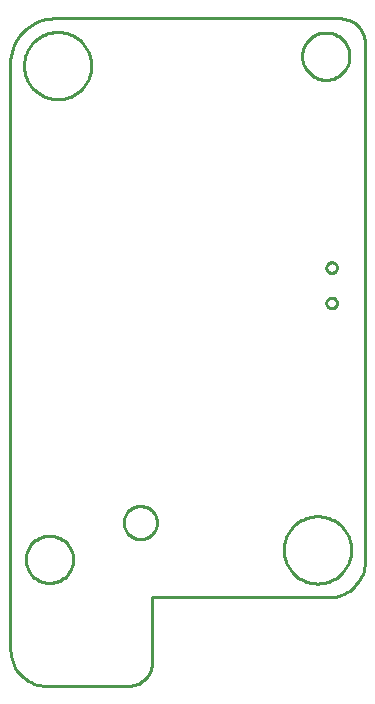
<source format=gbr>
G04 EAGLE Gerber RS-274X export*
G75*
%MOMM*%
%FSLAX34Y34*%
%LPD*%
%IN*%
%IPPOS*%
%AMOC8*
5,1,8,0,0,1.08239X$1,22.5*%
G01*
%ADD10C,0.254000*%


D10*
X165000Y380000D02*
X165114Y377385D01*
X165456Y374791D01*
X166022Y372235D01*
X166809Y369739D01*
X167811Y367321D01*
X169019Y365000D01*
X170425Y362793D01*
X172019Y360716D01*
X173787Y358787D01*
X175716Y357019D01*
X177793Y355425D01*
X180000Y354019D01*
X182321Y352811D01*
X184739Y351809D01*
X187235Y351022D01*
X189791Y350456D01*
X192385Y350114D01*
X195000Y350000D01*
X265000Y350000D01*
X266743Y350076D01*
X268473Y350304D01*
X270176Y350681D01*
X271840Y351206D01*
X273452Y351874D01*
X275000Y352680D01*
X276472Y353617D01*
X277856Y354679D01*
X279142Y355858D01*
X280321Y357144D01*
X281383Y358528D01*
X282321Y360000D01*
X283126Y361548D01*
X283794Y363160D01*
X284319Y364824D01*
X284696Y366527D01*
X284924Y368257D01*
X285000Y370000D01*
X285000Y425000D01*
X435000Y425000D01*
X437615Y425114D01*
X440209Y425456D01*
X442765Y426022D01*
X445261Y426809D01*
X447679Y427811D01*
X450000Y429019D01*
X452207Y430425D01*
X454284Y432019D01*
X456213Y433787D01*
X457981Y435716D01*
X459575Y437793D01*
X460981Y440000D01*
X462189Y442321D01*
X463191Y444739D01*
X463978Y447235D01*
X464544Y449791D01*
X464886Y452385D01*
X465000Y455000D01*
X465000Y895000D01*
X464833Y896826D01*
X464507Y898631D01*
X464026Y900401D01*
X463392Y902122D01*
X462610Y903781D01*
X461687Y905366D01*
X460629Y906864D01*
X459444Y908265D01*
X458142Y909556D01*
X456733Y910730D01*
X455226Y911776D01*
X453634Y912687D01*
X451969Y913455D01*
X450243Y914076D01*
X448469Y914543D01*
X446662Y914855D01*
X444834Y915007D01*
X443000Y915000D01*
X205000Y915000D01*
X201722Y915075D01*
X198450Y914864D01*
X195209Y914369D01*
X192023Y913594D01*
X188918Y912543D01*
X185915Y911226D01*
X183039Y909652D01*
X180311Y907834D01*
X177751Y905784D01*
X175380Y903520D01*
X173216Y901057D01*
X171274Y898415D01*
X169570Y895614D01*
X168117Y892675D01*
X166925Y889621D01*
X166004Y886474D01*
X165361Y883259D01*
X165000Y880000D01*
X165000Y380000D01*
X233500Y874254D02*
X233422Y872763D01*
X233266Y871279D01*
X233032Y869805D01*
X232722Y868345D01*
X232336Y866903D01*
X231875Y865483D01*
X231340Y864090D01*
X230733Y862726D01*
X230055Y861396D01*
X229309Y860104D01*
X228496Y858852D01*
X227618Y857644D01*
X226679Y856484D01*
X225680Y855375D01*
X224625Y854320D01*
X223516Y853321D01*
X222356Y852382D01*
X221148Y851504D01*
X219896Y850691D01*
X218604Y849945D01*
X217274Y849268D01*
X215910Y848660D01*
X214517Y848126D01*
X213097Y847664D01*
X211655Y847278D01*
X210196Y846968D01*
X208721Y846734D01*
X207237Y846578D01*
X205746Y846500D01*
X204254Y846500D01*
X202763Y846578D01*
X201279Y846734D01*
X199805Y846968D01*
X198345Y847278D01*
X196903Y847664D01*
X195483Y848126D01*
X194090Y848660D01*
X192726Y849268D01*
X191396Y849945D01*
X190104Y850691D01*
X188852Y851504D01*
X187644Y852382D01*
X186484Y853321D01*
X185375Y854320D01*
X184320Y855375D01*
X183321Y856484D01*
X182382Y857644D01*
X181504Y858852D01*
X180691Y860104D01*
X179945Y861396D01*
X179268Y862726D01*
X178660Y864090D01*
X178126Y865483D01*
X177664Y866903D01*
X177278Y868345D01*
X176968Y869805D01*
X176734Y871279D01*
X176578Y872763D01*
X176500Y874254D01*
X176500Y875746D01*
X176578Y877237D01*
X176734Y878721D01*
X176968Y880196D01*
X177278Y881655D01*
X177664Y883097D01*
X178126Y884517D01*
X178660Y885910D01*
X179268Y887274D01*
X179945Y888604D01*
X180691Y889896D01*
X181504Y891148D01*
X182382Y892356D01*
X183321Y893516D01*
X184320Y894625D01*
X185375Y895680D01*
X186484Y896679D01*
X187644Y897618D01*
X188852Y898496D01*
X190104Y899309D01*
X191396Y900055D01*
X192726Y900733D01*
X194090Y901340D01*
X195483Y901875D01*
X196903Y902336D01*
X198345Y902722D01*
X199805Y903032D01*
X201279Y903266D01*
X202763Y903422D01*
X204254Y903500D01*
X205746Y903500D01*
X207237Y903422D01*
X208721Y903266D01*
X210196Y903032D01*
X211655Y902722D01*
X213097Y902336D01*
X214517Y901875D01*
X215910Y901340D01*
X217274Y900733D01*
X218604Y900055D01*
X219896Y899309D01*
X221148Y898496D01*
X222356Y897618D01*
X223516Y896679D01*
X224625Y895680D01*
X225680Y894625D01*
X226679Y893516D01*
X227618Y892356D01*
X228496Y891148D01*
X229309Y889896D01*
X230055Y888604D01*
X230733Y887274D01*
X231340Y885910D01*
X231875Y884517D01*
X232336Y883097D01*
X232722Y881655D01*
X233032Y880196D01*
X233266Y878721D01*
X233422Y877237D01*
X233500Y875746D01*
X233500Y874254D01*
X453500Y464254D02*
X453422Y462763D01*
X453266Y461279D01*
X453032Y459805D01*
X452722Y458345D01*
X452336Y456903D01*
X451875Y455483D01*
X451340Y454090D01*
X450733Y452726D01*
X450055Y451396D01*
X449309Y450104D01*
X448496Y448852D01*
X447618Y447644D01*
X446679Y446484D01*
X445680Y445375D01*
X444625Y444320D01*
X443516Y443321D01*
X442356Y442382D01*
X441148Y441504D01*
X439896Y440691D01*
X438604Y439945D01*
X437274Y439268D01*
X435910Y438660D01*
X434517Y438126D01*
X433097Y437664D01*
X431655Y437278D01*
X430196Y436968D01*
X428721Y436734D01*
X427237Y436578D01*
X425746Y436500D01*
X424254Y436500D01*
X422763Y436578D01*
X421279Y436734D01*
X419805Y436968D01*
X418345Y437278D01*
X416903Y437664D01*
X415483Y438126D01*
X414090Y438660D01*
X412726Y439268D01*
X411396Y439945D01*
X410104Y440691D01*
X408852Y441504D01*
X407644Y442382D01*
X406484Y443321D01*
X405375Y444320D01*
X404320Y445375D01*
X403321Y446484D01*
X402382Y447644D01*
X401504Y448852D01*
X400691Y450104D01*
X399945Y451396D01*
X399268Y452726D01*
X398660Y454090D01*
X398126Y455483D01*
X397664Y456903D01*
X397278Y458345D01*
X396968Y459805D01*
X396734Y461279D01*
X396578Y462763D01*
X396500Y464254D01*
X396500Y465746D01*
X396578Y467237D01*
X396734Y468721D01*
X396968Y470196D01*
X397278Y471655D01*
X397664Y473097D01*
X398126Y474517D01*
X398660Y475910D01*
X399268Y477274D01*
X399945Y478604D01*
X400691Y479896D01*
X401504Y481148D01*
X402382Y482356D01*
X403321Y483516D01*
X404320Y484625D01*
X405375Y485680D01*
X406484Y486679D01*
X407644Y487618D01*
X408852Y488496D01*
X410104Y489309D01*
X411396Y490055D01*
X412726Y490733D01*
X414090Y491340D01*
X415483Y491875D01*
X416903Y492336D01*
X418345Y492722D01*
X419805Y493032D01*
X421279Y493266D01*
X422763Y493422D01*
X424254Y493500D01*
X425746Y493500D01*
X427237Y493422D01*
X428721Y493266D01*
X430196Y493032D01*
X431655Y492722D01*
X433097Y492336D01*
X434517Y491875D01*
X435910Y491340D01*
X437274Y490733D01*
X438604Y490055D01*
X439896Y489309D01*
X441148Y488496D01*
X442356Y487618D01*
X443516Y486679D01*
X444625Y485680D01*
X445680Y484625D01*
X446679Y483516D01*
X447618Y482356D01*
X448496Y481148D01*
X449309Y479896D01*
X450055Y478604D01*
X450733Y477274D01*
X451340Y475910D01*
X451875Y474517D01*
X452336Y473097D01*
X452722Y471655D01*
X453032Y470196D01*
X453266Y468721D01*
X453422Y467237D01*
X453500Y465746D01*
X453500Y464254D01*
X218000Y456396D02*
X217927Y455189D01*
X217781Y453989D01*
X217563Y452800D01*
X217274Y451627D01*
X216915Y450473D01*
X216486Y449343D01*
X215990Y448241D01*
X215428Y447170D01*
X214803Y446136D01*
X214116Y445141D01*
X213371Y444190D01*
X212569Y443285D01*
X211715Y442431D01*
X210810Y441629D01*
X209859Y440884D01*
X208864Y440197D01*
X207830Y439572D01*
X206759Y439010D01*
X205657Y438514D01*
X204527Y438085D01*
X203373Y437726D01*
X202200Y437437D01*
X201011Y437219D01*
X199811Y437073D01*
X198604Y437000D01*
X197396Y437000D01*
X196189Y437073D01*
X194989Y437219D01*
X193800Y437437D01*
X192627Y437726D01*
X191473Y438085D01*
X190343Y438514D01*
X189241Y439010D01*
X188170Y439572D01*
X187136Y440197D01*
X186141Y440884D01*
X185190Y441629D01*
X184285Y442431D01*
X183431Y443285D01*
X182629Y444190D01*
X181884Y445141D01*
X181197Y446136D01*
X180572Y447170D01*
X180010Y448241D01*
X179514Y449343D01*
X179085Y450473D01*
X178726Y451627D01*
X178437Y452800D01*
X178219Y453989D01*
X178073Y455189D01*
X178000Y456396D01*
X178000Y457604D01*
X178073Y458811D01*
X178219Y460011D01*
X178437Y461200D01*
X178726Y462373D01*
X179085Y463527D01*
X179514Y464657D01*
X180010Y465759D01*
X180572Y466830D01*
X181197Y467864D01*
X181884Y468859D01*
X182629Y469810D01*
X183431Y470715D01*
X184285Y471569D01*
X185190Y472371D01*
X186141Y473116D01*
X187136Y473803D01*
X188170Y474428D01*
X189241Y474990D01*
X190343Y475486D01*
X191473Y475915D01*
X192627Y476274D01*
X193800Y476563D01*
X194989Y476781D01*
X196189Y476927D01*
X197396Y477000D01*
X198604Y477000D01*
X199811Y476927D01*
X201011Y476781D01*
X202200Y476563D01*
X203373Y476274D01*
X204527Y475915D01*
X205657Y475486D01*
X206759Y474990D01*
X207830Y474428D01*
X208864Y473803D01*
X209859Y473116D01*
X210810Y472371D01*
X211715Y471569D01*
X212569Y470715D01*
X213371Y469810D01*
X214116Y468859D01*
X214803Y467864D01*
X215428Y466830D01*
X215990Y465759D01*
X216486Y464657D01*
X216915Y463527D01*
X217274Y462373D01*
X217563Y461200D01*
X217781Y460011D01*
X217927Y458811D01*
X218000Y457604D01*
X218000Y456396D01*
X452000Y882396D02*
X451927Y881189D01*
X451781Y879989D01*
X451563Y878800D01*
X451274Y877627D01*
X450915Y876473D01*
X450486Y875343D01*
X449990Y874241D01*
X449428Y873170D01*
X448803Y872136D01*
X448116Y871141D01*
X447371Y870190D01*
X446569Y869285D01*
X445715Y868431D01*
X444810Y867629D01*
X443859Y866884D01*
X442864Y866197D01*
X441830Y865572D01*
X440759Y865010D01*
X439657Y864514D01*
X438527Y864085D01*
X437373Y863726D01*
X436200Y863437D01*
X435011Y863219D01*
X433811Y863073D01*
X432604Y863000D01*
X431396Y863000D01*
X430189Y863073D01*
X428989Y863219D01*
X427800Y863437D01*
X426627Y863726D01*
X425473Y864085D01*
X424343Y864514D01*
X423241Y865010D01*
X422170Y865572D01*
X421136Y866197D01*
X420141Y866884D01*
X419190Y867629D01*
X418285Y868431D01*
X417431Y869285D01*
X416629Y870190D01*
X415884Y871141D01*
X415197Y872136D01*
X414572Y873170D01*
X414010Y874241D01*
X413514Y875343D01*
X413085Y876473D01*
X412726Y877627D01*
X412437Y878800D01*
X412219Y879989D01*
X412073Y881189D01*
X412000Y882396D01*
X412000Y883604D01*
X412073Y884811D01*
X412219Y886011D01*
X412437Y887200D01*
X412726Y888373D01*
X413085Y889527D01*
X413514Y890657D01*
X414010Y891759D01*
X414572Y892830D01*
X415197Y893864D01*
X415884Y894859D01*
X416629Y895810D01*
X417431Y896715D01*
X418285Y897569D01*
X419190Y898371D01*
X420141Y899116D01*
X421136Y899803D01*
X422170Y900428D01*
X423241Y900990D01*
X424343Y901486D01*
X425473Y901915D01*
X426627Y902274D01*
X427800Y902563D01*
X428989Y902781D01*
X430189Y902927D01*
X431396Y903000D01*
X432604Y903000D01*
X433811Y902927D01*
X435011Y902781D01*
X436200Y902563D01*
X437373Y902274D01*
X438527Y901915D01*
X439657Y901486D01*
X440759Y900990D01*
X441830Y900428D01*
X442864Y899803D01*
X443859Y899116D01*
X444810Y898371D01*
X445715Y897569D01*
X446569Y896715D01*
X447371Y895810D01*
X448116Y894859D01*
X448803Y893864D01*
X449428Y892830D01*
X449990Y891759D01*
X450486Y890657D01*
X450915Y889527D01*
X451274Y888373D01*
X451563Y887200D01*
X451781Y886011D01*
X451927Y884811D01*
X452000Y883604D01*
X452000Y882396D01*
X437295Y699500D02*
X437880Y699577D01*
X438450Y699730D01*
X438995Y699955D01*
X439505Y700250D01*
X439973Y700609D01*
X440391Y701027D01*
X440750Y701495D01*
X441045Y702005D01*
X441270Y702550D01*
X441423Y703120D01*
X441500Y703705D01*
X441500Y704295D01*
X441423Y704880D01*
X441270Y705450D01*
X441045Y705995D01*
X440750Y706505D01*
X440391Y706973D01*
X439973Y707391D01*
X439505Y707750D01*
X438995Y708045D01*
X438450Y708270D01*
X437880Y708423D01*
X437295Y708500D01*
X436705Y708500D01*
X436120Y708423D01*
X435550Y708270D01*
X435005Y708045D01*
X434495Y707750D01*
X434027Y707391D01*
X433609Y706973D01*
X433250Y706505D01*
X432955Y705995D01*
X432730Y705450D01*
X432577Y704880D01*
X432500Y704295D01*
X432500Y703705D01*
X432577Y703120D01*
X432730Y702550D01*
X432955Y702005D01*
X433250Y701495D01*
X433609Y701027D01*
X434027Y700609D01*
X434495Y700250D01*
X435005Y699955D01*
X435550Y699730D01*
X436120Y699577D01*
X436705Y699500D01*
X437295Y699500D01*
X437295Y669500D02*
X437880Y669577D01*
X438450Y669730D01*
X438995Y669955D01*
X439505Y670250D01*
X439973Y670609D01*
X440391Y671027D01*
X440750Y671495D01*
X441045Y672005D01*
X441270Y672550D01*
X441423Y673120D01*
X441500Y673705D01*
X441500Y674295D01*
X441423Y674880D01*
X441270Y675450D01*
X441045Y675995D01*
X440750Y676505D01*
X440391Y676973D01*
X439973Y677391D01*
X439505Y677750D01*
X438995Y678045D01*
X438450Y678270D01*
X437880Y678423D01*
X437295Y678500D01*
X436705Y678500D01*
X436120Y678423D01*
X435550Y678270D01*
X435005Y678045D01*
X434495Y677750D01*
X434027Y677391D01*
X433609Y676973D01*
X433250Y676505D01*
X432955Y675995D01*
X432730Y675450D01*
X432577Y674880D01*
X432500Y674295D01*
X432500Y673705D01*
X432577Y673120D01*
X432730Y672550D01*
X432955Y672005D01*
X433250Y671495D01*
X433609Y671027D01*
X434027Y670609D01*
X434495Y670250D01*
X435005Y669955D01*
X435550Y669730D01*
X436120Y669577D01*
X436705Y669500D01*
X437295Y669500D01*
X274475Y474137D02*
X273478Y474208D01*
X272488Y474350D01*
X271511Y474563D01*
X270551Y474845D01*
X269614Y475194D01*
X268704Y475610D01*
X267827Y476089D01*
X266985Y476630D01*
X266185Y477229D01*
X265429Y477884D01*
X264722Y478591D01*
X264067Y479347D01*
X263468Y480147D01*
X262927Y480988D01*
X262448Y481866D01*
X262032Y482776D01*
X261683Y483713D01*
X261401Y484672D01*
X261189Y485649D01*
X261046Y486639D01*
X260975Y487637D01*
X260975Y488637D01*
X261046Y489634D01*
X261189Y490624D01*
X261401Y491601D01*
X261683Y492561D01*
X262032Y493498D01*
X262448Y494407D01*
X262927Y495285D01*
X263468Y496126D01*
X264067Y496927D01*
X264722Y497683D01*
X265429Y498390D01*
X266185Y499045D01*
X266985Y499644D01*
X267827Y500185D01*
X268704Y500664D01*
X269614Y501079D01*
X270551Y501429D01*
X271511Y501711D01*
X272488Y501923D01*
X273478Y502065D01*
X274475Y502137D01*
X275475Y502137D01*
X276473Y502065D01*
X277462Y501923D01*
X278440Y501711D01*
X279399Y501429D01*
X280336Y501079D01*
X281246Y500664D01*
X282123Y500185D01*
X282965Y499644D01*
X283765Y499045D01*
X284521Y498390D01*
X285228Y497683D01*
X285883Y496927D01*
X286482Y496126D01*
X287023Y495285D01*
X287502Y494407D01*
X287918Y493498D01*
X288267Y492561D01*
X288549Y491601D01*
X288761Y490624D01*
X288904Y489634D01*
X288975Y488637D01*
X288975Y487637D01*
X288904Y486639D01*
X288761Y485649D01*
X288549Y484672D01*
X288267Y483713D01*
X287918Y482776D01*
X287502Y481866D01*
X287023Y480988D01*
X286482Y480147D01*
X285883Y479347D01*
X285228Y478591D01*
X284521Y477884D01*
X283765Y477229D01*
X282965Y476630D01*
X282123Y476089D01*
X281246Y475610D01*
X280336Y475194D01*
X279399Y474845D01*
X278440Y474563D01*
X277462Y474350D01*
X276473Y474208D01*
X275475Y474137D01*
X274475Y474137D01*
M02*

</source>
